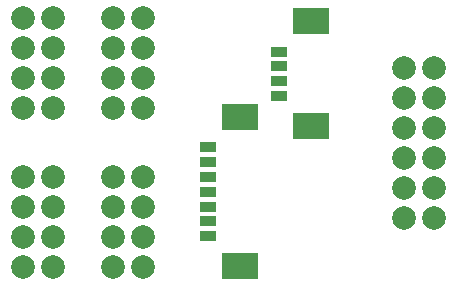
<source format=gts>
%TF.GenerationSoftware,KiCad,Pcbnew,5.1.6-c6e7f7d~86~ubuntu18.04.1*%
%TF.CreationDate,2020-07-28T03:10:59+01:00*%
%TF.ProjectId,pmod_picoblade,706d6f64-5f70-4696-936f-626c6164652e,rev?*%
%TF.SameCoordinates,Original*%
%TF.FileFunction,Soldermask,Top*%
%TF.FilePolarity,Negative*%
%FSLAX46Y46*%
G04 Gerber Fmt 4.6, Leading zero omitted, Abs format (unit mm)*
G04 Created by KiCad (PCBNEW 5.1.6-c6e7f7d~86~ubuntu18.04.1) date 2020-07-28 03:10:59*
%MOMM*%
%LPD*%
G01*
G04 APERTURE LIST*
%ADD10R,1.400000X0.900000*%
%ADD11R,3.100000X2.200000*%
%ADD12C,2.000000*%
G04 APERTURE END LIST*
D10*
%TO.C,J7*%
X122000000Y-62125000D03*
X122000000Y-63375000D03*
X122000000Y-64625000D03*
X122000000Y-65875000D03*
D11*
X124750000Y-59575000D03*
X124750000Y-68425000D03*
%TD*%
D12*
%TO.C,J6*%
X110490000Y-66929000D03*
X107950000Y-66929000D03*
X110490000Y-64389000D03*
X107950000Y-64389000D03*
X110490000Y-61849000D03*
X107950000Y-61849000D03*
X110490000Y-59309000D03*
X107950000Y-59309000D03*
%TD*%
%TO.C,J5*%
X100330000Y-59309000D03*
X102870000Y-59309000D03*
X100330000Y-61849000D03*
X102870000Y-61849000D03*
X100330000Y-64389000D03*
X102870000Y-64389000D03*
X100330000Y-66929000D03*
X102870000Y-66929000D03*
%TD*%
%TO.C,J4*%
X132650000Y-63500000D03*
X135190000Y-63500000D03*
X132650000Y-66040000D03*
X135190000Y-66040000D03*
X132650000Y-68580000D03*
X135190000Y-68580000D03*
X132650000Y-71120000D03*
X135190000Y-71120000D03*
X132650000Y-73660000D03*
X135190000Y-73660000D03*
X132650000Y-76200000D03*
X135190000Y-76200000D03*
%TD*%
D10*
%TO.C,J3*%
X116000000Y-70250000D03*
X116000000Y-71500000D03*
X116000000Y-72750000D03*
X116000000Y-74000000D03*
X116000000Y-75250000D03*
X116000000Y-76500000D03*
X116000000Y-77750000D03*
D11*
X118750000Y-67700000D03*
X118750000Y-80300000D03*
%TD*%
D12*
%TO.C,J2*%
X110490000Y-80391000D03*
X107950000Y-80391000D03*
X110490000Y-77851000D03*
X107950000Y-77851000D03*
X110490000Y-75311000D03*
X107950000Y-75311000D03*
X110490000Y-72771000D03*
X107950000Y-72771000D03*
%TD*%
%TO.C,J1*%
X102870000Y-80391000D03*
X100330000Y-80391000D03*
X102870000Y-77851000D03*
X100330000Y-77851000D03*
X102870000Y-75311000D03*
X100330000Y-75311000D03*
X102870000Y-72771000D03*
X100330000Y-72771000D03*
%TD*%
M02*

</source>
